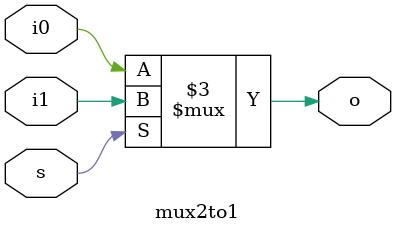
<source format=sv>
module top_module(
	input clk,
	input L,
	input q_in,
	input r_in,
	output reg Q
);

  reg [2:0] q;
  wire [2:0] q_sub;
  wire d;

  submodule submodule1(
	.clk(clk),
	.r(r_in),
	.L(L),
	.Q(q_sub[0])
  );

  submodule submodule2(
	.clk(clk),
	.r(r_in),
	.L(L),
	.Q(q_sub[1])
  );

  submodule submodule3(
	.clk(clk),
	.r(r_in),
	.L(L),
	.Q(q_sub[2])
  );

  mux2to1 mux(
	.i0(q_sub[2]),
	.i1(q_sub[1]),
	.s(L),
	.o(d)
  );

  always @(posedge clk) begin
	if (L) begin
	  Q <= r_in;
	  q[0] <= r_in[0];
	  q[1] <= r_in[1];
	  q[2] <= r_in[2];
	end else begin
	  q[0] <= d;
	  q[1] <= q[0];
	  q[2] <= q[1];
	  Q <= q[2];
	end
  end

endmodule
module submodule(
	input clk,
	input L,
	input [2:0] r,
	output reg Q
);

  always @(posedge clk) begin
	if (L) begin
	  Q <= r;
	end else begin
	  Q <= {Q[1] ^ Q[2], Q[0], Q[2]};
	end
  end

endmodule
module mux2to1(
	input i0,
	input i1,
	input s,
	output reg o
);

  always @(*) begin
	if (s) begin
	  o = i1;
	end else begin
	  o = i0;
	end
  end

endmodule

</source>
